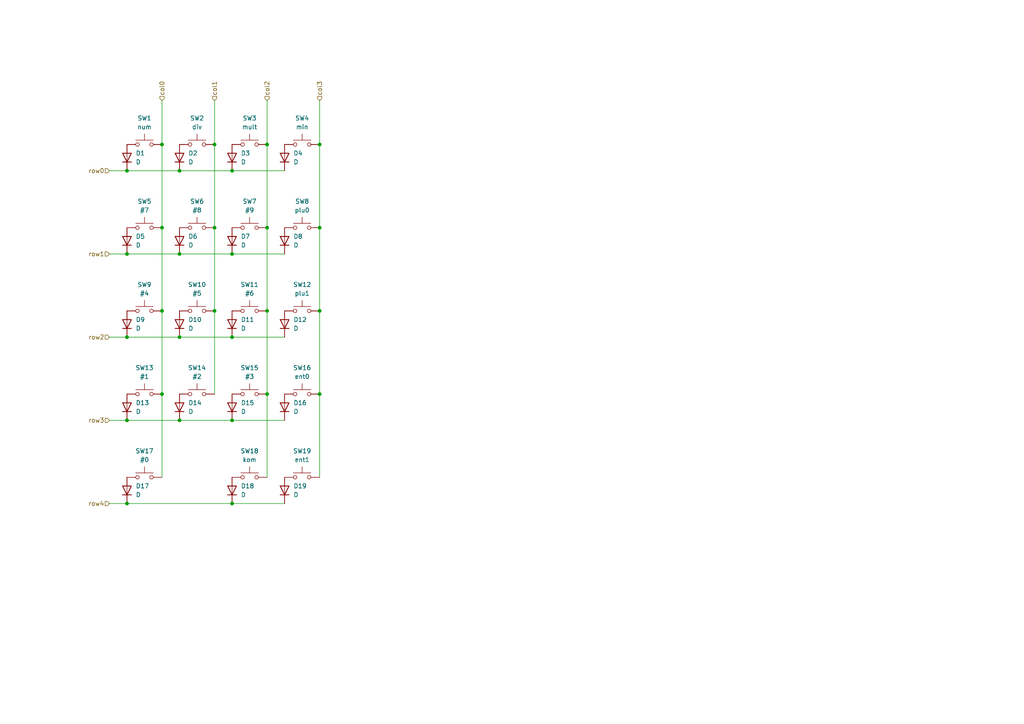
<source format=kicad_sch>
(kicad_sch (version 20211123) (generator eeschema)
  (paper "A4")
  (lib_symbols
    (symbol "Device:D" (pin_numbers hide) (pin_names (offset 1.016) hide)
      (property "Reference" "D" (at 0 2.54 0))
      (property "Value" "D" (at 0 -2.54 0))
      (symbol "D_0_1"
        (polyline (pts (xy -1.27 1.27) (xy -1.27 -1.27)) (stroke (width 0.254)))
        (polyline (pts (xy 1.27 0) (xy -1.27 0)))
        (polyline (pts (xy 1.27 1.27) (xy 1.27 -1.27) (xy -1.27 0) (xy 1.27 1.27)) (stroke (width 0.254)))
      )
      (symbol "D_1_1"
        (pin passive line (at -3.81 0 0) (length 2.54) (name "K") (number "1"))
        (pin passive line (at 3.81 0 180) (length 2.54) (name "A") (number "2"))
      )
    )
    (symbol "Switch:SW_Push" (pin_numbers hide) (pin_names (offset 1.016) hide)
      (property "Reference" "SW" (at 1.27 2.54 0))
      (property "Value" "SW_Push" (at 0 -1.524 0))
      (symbol "SW_Push_0_1"
        (circle (center -2.032 0) (radius 0.508))
        (polyline (pts (xy 0 1.27) (xy 0 3.048)))
        (polyline (pts (xy 2.54 1.27) (xy -2.54 1.27)))
        (circle (center 2.032 0) (radius 0.508))
        (pin passive line (at -5.08 0 0) (length 2.54) (name "1") (number "1"))
        (pin passive line (at 5.08 0 180) (length 2.54) (name "2") (number "2"))
      )
    )
  )
  (junction (at 36.83 73.66))
  (junction (at 62.23 66.04))
  (junction (at 36.83 121.92))
  (junction (at 52.07 97.79))
  (junction (at 77.47 90.17))
  (junction (at 52.07 73.66))
  (junction (at 92.71 41.91))
  (junction (at 46.99 90.17))
  (junction (at 77.47 41.91))
  (junction (at 46.99 114.3))
  (junction (at 36.83 146.05))
  (junction (at 67.31 49.53))
  (junction (at 92.71 66.04))
  (junction (at 67.31 73.66))
  (junction (at 46.99 66.04))
  (junction (at 77.47 114.3))
  (junction (at 92.71 90.17))
  (junction (at 62.23 41.91))
  (junction (at 36.83 97.79))
  (junction (at 67.31 97.79))
  (junction (at 46.99 41.91))
  (junction (at 67.31 146.05))
  (junction (at 92.71 114.3))
  (junction (at 67.31 121.92))
  (junction (at 77.47 66.04))
  (junction (at 52.07 121.92))
  (junction (at 52.07 49.53))
  (junction (at 62.23 90.17))
  (junction (at 36.83 49.53))
  (wire (pts (xy 62.23 29.21) (xy 62.23 41.91)))
  (wire (pts (xy 46.99 29.21) (xy 46.99 41.91)))
  (wire (pts (xy 36.83 146.05) (xy 67.31 146.05)))
  (wire (pts (xy 31.75 73.66) (xy 36.83 73.66)))
  (wire (pts (xy 92.71 41.91) (xy 92.71 66.04)))
  (wire (pts (xy 36.83 121.92) (xy 52.07 121.92)))
  (wire (pts (xy 31.75 97.79) (xy 36.83 97.79)))
  (wire (pts (xy 77.47 41.91) (xy 77.47 66.04)))
  (wire (pts (xy 36.83 73.66) (xy 52.07 73.66)))
  (wire (pts (xy 52.07 121.92) (xy 67.31 121.92)))
  (wire (pts (xy 67.31 73.66) (xy 82.55 73.66)))
  (wire (pts (xy 77.47 29.21) (xy 77.47 41.91)))
  (wire (pts (xy 46.99 114.3) (xy 46.99 138.43)))
  (wire (pts (xy 46.99 41.91) (xy 46.99 66.04)))
  (wire (pts (xy 36.83 49.53) (xy 52.07 49.53)))
  (wire (pts (xy 52.07 97.79) (xy 67.31 97.79)))
  (wire (pts (xy 77.47 90.17) (xy 77.47 114.3)))
  (wire (pts (xy 92.71 114.3) (xy 92.71 138.43)))
  (wire (pts (xy 46.99 90.17) (xy 46.99 114.3)))
  (wire (pts (xy 77.47 66.04) (xy 77.47 90.17)))
  (wire (pts (xy 36.83 97.79) (xy 52.07 97.79)))
  (wire (pts (xy 67.31 121.92) (xy 82.55 121.92)))
  (wire (pts (xy 31.75 146.05) (xy 36.83 146.05)))
  (wire (pts (xy 67.31 146.05) (xy 82.55 146.05)))
  (wire (pts (xy 52.07 73.66) (xy 67.31 73.66)))
  (wire (pts (xy 31.75 49.53) (xy 36.83 49.53)))
  (wire (pts (xy 62.23 41.91) (xy 62.23 66.04)))
  (wire (pts (xy 62.23 90.17) (xy 62.23 114.3)))
  (wire (pts (xy 77.47 114.3) (xy 77.47 138.43)))
  (wire (pts (xy 52.07 49.53) (xy 67.31 49.53)))
  (wire (pts (xy 92.71 66.04) (xy 92.71 90.17)))
  (wire (pts (xy 31.75 121.92) (xy 36.83 121.92)))
  (wire (pts (xy 46.99 66.04) (xy 46.99 90.17)))
  (wire (pts (xy 92.71 90.17) (xy 92.71 114.3)))
  (wire (pts (xy 67.31 49.53) (xy 82.55 49.53)))
  (wire (pts (xy 67.31 97.79) (xy 82.55 97.79)))
  (wire (pts (xy 92.71 29.21) (xy 92.71 41.91)))
  (wire (pts (xy 62.23 66.04) (xy 62.23 90.17)))
  (hierarchical_label "row1" (shape input) (at 31.75 73.66 180))
  (hierarchical_label "col3" (shape input) (at 92.71 29.21 90))
  (hierarchical_label "row3" (shape input) (at 31.75 121.92 180))
  (hierarchical_label "col0" (shape input) (at 46.99 29.21 90))
  (hierarchical_label "row4" (shape input) (at 31.75 146.05 180))
  (hierarchical_label "col2" (shape input) (at 77.47 29.21 90))
  (hierarchical_label "row0" (shape input) (at 31.75 49.53 180))
  (hierarchical_label "col1" (shape input) (at 62.23 29.21 90))
  (hierarchical_label "row2" (shape input) (at 31.75 97.79 180))
  (symbol (lib_id "Device:D") (at 82.55 93.98 90) (unit 1)
    (property "Reference" "D12" (at 85.09 92.7099 90) (effects (justify right)))
    (property "Value" "D" (at 85.09 95.2499 90) (effects (justify right)))
  )
  (symbol (lib_id "Switch:SW_Push") (at 87.63 114.3 0) (unit 1)
    (property "Reference" "SW16" (at 87.63 106.68 0))
    (property "Value" "ent0" (at 87.63 109.22 0))
  )
  (symbol (lib_id "Switch:SW_Push") (at 57.15 66.04 0) (unit 1)
    (property "Reference" "SW6" (at 57.15 58.42 0))
    (property "Value" "#8" (at 57.15 60.96 0))
  )
  (symbol (lib_id "Switch:SW_Push") (at 72.39 138.43 0) (unit 1)
    (property "Reference" "SW18" (at 72.39 130.81 0))
    (property "Value" "kom" (at 72.39 133.35 0))
  )
  (symbol (lib_id "Device:D") (at 67.31 142.24 90) (unit 1)
    (property "Reference" "D18" (at 69.85 140.9699 90) (effects (justify right)))
    (property "Value" "D" (at 69.85 143.5099 90) (effects (justify right)))
  )
  (symbol (lib_id "Switch:SW_Push") (at 57.15 90.17 0) (unit 1)
    (property "Reference" "SW10" (at 57.15 82.55 0))
    (property "Value" "#5" (at 57.15 85.09 0))
  )
  (symbol (lib_id "Switch:SW_Push") (at 87.63 41.91 0) (unit 1)
    (property "Reference" "SW4" (at 87.63 34.29 0))
    (property "Value" "min" (at 87.63 36.83 0))
  )
  (symbol (lib_id "Switch:SW_Push") (at 41.91 90.17 0) (unit 1)
    (property "Reference" "SW9" (at 41.91 82.55 0))
    (property "Value" "#4" (at 41.91 85.09 0))
  )
  (symbol (lib_id "Switch:SW_Push") (at 72.39 41.91 0) (unit 1)
    (property "Reference" "SW3" (at 72.39 34.29 0))
    (property "Value" "mult" (at 72.39 36.83 0))
  )
  (symbol (lib_id "Device:D") (at 52.07 93.98 90) (unit 1)
    (property "Reference" "D10" (at 54.61 92.7099 90) (effects (justify right)))
    (property "Value" "D" (at 54.61 95.2499 90) (effects (justify right)))
  )
  (symbol (lib_id "Device:D") (at 82.55 118.11 90) (unit 1)
    (property "Reference" "D16" (at 85.09 116.8399 90) (effects (justify right)))
    (property "Value" "D" (at 85.09 119.3799 90) (effects (justify right)))
  )
  (symbol (lib_id "Device:D") (at 36.83 142.24 90) (unit 1)
    (property "Reference" "D17" (at 39.37 140.9699 90) (effects (justify right)))
    (property "Value" "D" (at 39.37 143.5099 90) (effects (justify right)))
  )
  (symbol (lib_id "Device:D") (at 67.31 69.85 90) (unit 1)
    (property "Reference" "D7" (at 69.85 68.5799 90) (effects (justify right)))
    (property "Value" "D" (at 69.85 71.1199 90) (effects (justify right)))
  )
  (symbol (lib_id "Device:D") (at 67.31 45.72 90) (unit 1)
    (property "Reference" "D3" (at 69.85 44.4499 90) (effects (justify right)))
    (property "Value" "D" (at 69.85 46.9899 90) (effects (justify right)))
  )
  (symbol (lib_id "Device:D") (at 36.83 93.98 90) (unit 1)
    (property "Reference" "D9" (at 39.37 92.7099 90) (effects (justify right)))
    (property "Value" "D" (at 39.37 95.2499 90) (effects (justify right)))
  )
  (symbol (lib_id "Device:D") (at 82.55 69.85 90) (unit 1)
    (property "Reference" "D8" (at 85.09 68.5799 90) (effects (justify right)))
    (property "Value" "D" (at 85.09 71.1199 90) (effects (justify right)))
  )
  (symbol (lib_id "Switch:SW_Push") (at 41.91 66.04 0) (unit 1)
    (property "Reference" "SW5" (at 41.91 58.42 0))
    (property "Value" "#7" (at 41.91 60.96 0))
  )
  (symbol (lib_id "Switch:SW_Push") (at 57.15 41.91 0) (unit 1)
    (property "Reference" "SW2" (at 57.15 34.29 0))
    (property "Value" "div" (at 57.15 36.83 0))
  )
  (symbol (lib_id "Device:D") (at 36.83 45.72 90) (unit 1)
    (property "Reference" "D1" (at 39.37 44.4499 90) (effects (justify right)))
    (property "Value" "D" (at 39.37 46.9899 90) (effects (justify right)))
  )
  (symbol (lib_id "Switch:SW_Push") (at 41.91 41.91 0) (unit 1)
    (property "Reference" "SW1" (at 41.91 34.29 0))
    (property "Value" "num" (at 41.91 36.83 0))
  )
  (symbol (lib_id "Switch:SW_Push") (at 87.63 66.04 0) (unit 1)
    (property "Reference" "SW8" (at 87.63 58.42 0))
    (property "Value" "plu0" (at 87.63 60.96 0))
  )
  (symbol (lib_id "Device:D") (at 52.07 45.72 90) (unit 1)
    (property "Reference" "D2" (at 54.61 44.4499 90) (effects (justify right)))
    (property "Value" "D" (at 54.61 46.9899 90) (effects (justify right)))
  )
  (symbol (lib_id "Switch:SW_Push") (at 72.39 66.04 0) (unit 1)
    (property "Reference" "SW7" (at 72.39 58.42 0))
    (property "Value" "#9" (at 72.39 60.96 0))
  )
  (symbol (lib_id "Switch:SW_Push") (at 41.91 114.3 0) (unit 1)
    (property "Reference" "SW13" (at 41.91 106.68 0))
    (property "Value" "#1" (at 41.91 109.22 0))
  )
  (symbol (lib_id "Device:D") (at 67.31 93.98 90) (unit 1)
    (property "Reference" "D11" (at 69.85 92.7099 90) (effects (justify right)))
    (property "Value" "D" (at 69.85 95.2499 90) (effects (justify right)))
  )
  (symbol (lib_id "Device:D") (at 67.31 118.11 90) (unit 1)
    (property "Reference" "D15" (at 69.85 116.8399 90) (effects (justify right)))
    (property "Value" "D" (at 69.85 119.3799 90) (effects (justify right)))
  )
  (symbol (lib_id "Device:D") (at 36.83 118.11 90) (unit 1)
    (property "Reference" "D13" (at 39.37 116.8399 90) (effects (justify right)))
    (property "Value" "D" (at 39.37 119.3799 90) (effects (justify right)))
  )
  (symbol (lib_id "Device:D") (at 36.83 69.85 90) (unit 1)
    (property "Reference" "D5" (at 39.37 68.5799 90) (effects (justify right)))
    (property "Value" "D" (at 39.37 71.1199 90) (effects (justify right)))
  )
  (symbol (lib_id "Switch:SW_Push") (at 87.63 138.43 0) (unit 1)
    (property "Reference" "SW19" (at 87.63 130.81 0))
    (property "Value" "ent1" (at 87.63 133.35 0))
  )
  (symbol (lib_id "Switch:SW_Push") (at 87.63 90.17 0) (unit 1)
    (property "Reference" "SW12" (at 87.63 82.55 0))
    (property "Value" "plu1" (at 87.63 85.09 0))
  )
  (symbol (lib_id "Device:D") (at 52.07 118.11 90) (unit 1)
    (property "Reference" "D14" (at 54.61 116.8399 90) (effects (justify right)))
    (property "Value" "D" (at 54.61 119.3799 90) (effects (justify right)))
  )
  (symbol (lib_id "Device:D") (at 52.07 69.85 90) (unit 1)
    (property "Reference" "D6" (at 54.61 68.5799 90) (effects (justify right)))
    (property "Value" "D" (at 54.61 71.1199 90) (effects (justify right)))
  )
  (symbol (lib_id "Switch:SW_Push") (at 72.39 114.3 0) (unit 1)
    (property "Reference" "SW15" (at 72.39 106.68 0))
    (property "Value" "#3" (at 72.39 109.22 0))
  )
  (symbol (lib_id "Switch:SW_Push") (at 41.91 138.43 0) (unit 1)
    (property "Reference" "SW17" (at 41.91 130.81 0))
    (property "Value" "#0" (at 41.91 133.35 0))
  )
  (symbol (lib_id "Device:D") (at 82.55 142.24 90) (unit 1)
    (property "Reference" "D19" (at 85.09 140.9699 90) (effects (justify right)))
    (property "Value" "D" (at 85.09 143.5099 90) (effects (justify right)))
  )
  (symbol (lib_id "Switch:SW_Push") (at 72.39 90.17 0) (unit 1)
    (property "Reference" "SW11" (at 72.39 82.55 0))
    (property "Value" "#6" (at 72.39 85.09 0))
  )
  (symbol (lib_id "Switch:SW_Push") (at 57.15 114.3 0) (unit 1)
    (property "Reference" "SW14" (at 57.15 106.68 0))
    (property "Value" "#2" (at 57.15 109.22 0))
  )
  (symbol (lib_id "Device:D") (at 82.55 45.72 90) (unit 1)
    (property "Reference" "D4" (at 85.09 44.4499 90) (effects (justify right)))
    (property "Value" "D" (at 85.09 46.9899 90) (effects (justify right)))
  )
)
</source>
